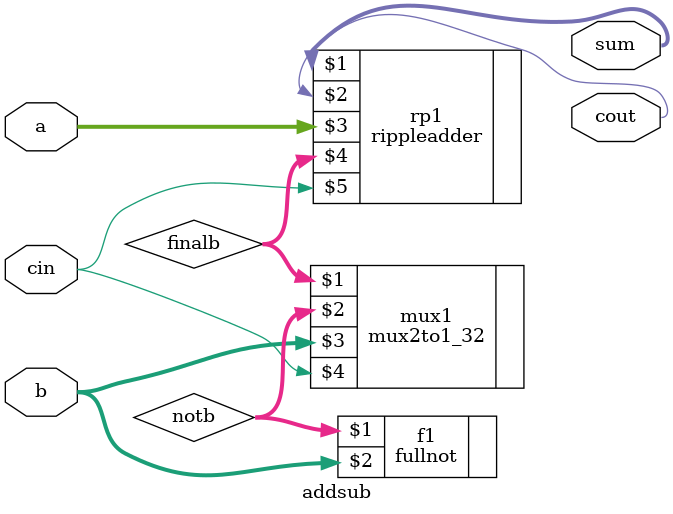
<source format=v>
`timescale 1ns / 1ps

module addsub(sum, cout, a, b, cin);
    output[31:0] sum;
    output cout;
    input[31:0] a, b;
    input cin;
    wire[31:0] notb, finalb;

    fullnot f1(notb, b);
    mux2to1_32 mux1(finalb, notb, b, cin);

    rippleadder rp1(sum, cout, a, finalb, cin);
endmodule






</source>
